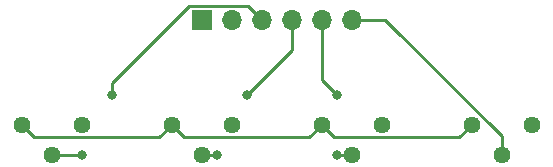
<source format=gbr>
G04 #@! TF.GenerationSoftware,KiCad,Pcbnew,5.1.9-73d0e3b20d~88~ubuntu20.04.1*
G04 #@! TF.CreationDate,2022-04-18T23:00:47-07:00*
G04 #@! TF.ProjectId,Photo_Resistor_Sensing,50686f74-6f5f-4526-9573-6973746f725f,rev?*
G04 #@! TF.SameCoordinates,Original*
G04 #@! TF.FileFunction,Copper,L1,Top*
G04 #@! TF.FilePolarity,Positive*
%FSLAX46Y46*%
G04 Gerber Fmt 4.6, Leading zero omitted, Abs format (unit mm)*
G04 Created by KiCad (PCBNEW 5.1.9-73d0e3b20d~88~ubuntu20.04.1) date 2022-04-18 23:00:47*
%MOMM*%
%LPD*%
G01*
G04 APERTURE LIST*
G04 #@! TA.AperFunction,ComponentPad*
%ADD10R,1.700000X1.700000*%
G04 #@! TD*
G04 #@! TA.AperFunction,ComponentPad*
%ADD11O,1.700000X1.700000*%
G04 #@! TD*
G04 #@! TA.AperFunction,ComponentPad*
%ADD12C,1.440000*%
G04 #@! TD*
G04 #@! TA.AperFunction,ViaPad*
%ADD13C,0.800000*%
G04 #@! TD*
G04 #@! TA.AperFunction,Conductor*
%ADD14C,0.250000*%
G04 #@! TD*
G04 APERTURE END LIST*
D10*
G04 #@! TO.P,J1,1*
G04 #@! TO.N,Net-(J1-Pad1)*
X110490000Y-66040000D03*
D11*
G04 #@! TO.P,J1,2*
G04 #@! TO.N,GND*
X113030000Y-66040000D03*
G04 #@! TO.P,J1,3*
G04 #@! TO.N,/A0*
X115570000Y-66040000D03*
G04 #@! TO.P,J1,4*
G04 #@! TO.N,/A1*
X118110000Y-66040000D03*
G04 #@! TO.P,J1,5*
G04 #@! TO.N,/A2*
X120650000Y-66040000D03*
G04 #@! TO.P,J1,6*
G04 #@! TO.N,/A3*
X123190000Y-66040000D03*
G04 #@! TD*
D12*
G04 #@! TO.P,RV1,3*
G04 #@! TO.N,GND*
X100330000Y-74930000D03*
G04 #@! TO.P,RV1,2*
G04 #@! TO.N,/A0*
X97790000Y-77470000D03*
G04 #@! TO.P,RV1,1*
G04 #@! TO.N,Net-(RV1-Pad1)*
X95250000Y-74930000D03*
G04 #@! TD*
G04 #@! TO.P,RV2,1*
G04 #@! TO.N,Net-(RV1-Pad1)*
X107950000Y-74930000D03*
G04 #@! TO.P,RV2,2*
G04 #@! TO.N,/A1*
X110490000Y-77470000D03*
G04 #@! TO.P,RV2,3*
G04 #@! TO.N,GND*
X113030000Y-74930000D03*
G04 #@! TD*
G04 #@! TO.P,RV3,3*
G04 #@! TO.N,GND*
X125730000Y-74930000D03*
G04 #@! TO.P,RV3,2*
G04 #@! TO.N,/A2*
X123190000Y-77470000D03*
G04 #@! TO.P,RV3,1*
G04 #@! TO.N,Net-(RV1-Pad1)*
X120650000Y-74930000D03*
G04 #@! TD*
G04 #@! TO.P,RV4,1*
G04 #@! TO.N,Net-(RV1-Pad1)*
X133350000Y-74930000D03*
G04 #@! TO.P,RV4,2*
G04 #@! TO.N,/A3*
X135890000Y-77470000D03*
G04 #@! TO.P,RV4,3*
G04 #@! TO.N,GND*
X138430000Y-74930000D03*
G04 #@! TD*
D13*
G04 #@! TO.N,/A0*
X102870000Y-72390000D03*
X100330000Y-77470000D03*
G04 #@! TO.N,/A1*
X114300000Y-72390000D03*
X111760000Y-77470000D03*
G04 #@! TO.N,/A2*
X121920000Y-72390000D03*
X121920000Y-77470000D03*
G04 #@! TD*
D14*
G04 #@! TO.N,/A0*
X102870000Y-71374998D02*
X102870000Y-72390000D01*
X109379999Y-64864999D02*
X102870000Y-71374998D01*
X114394999Y-64864999D02*
X109379999Y-64864999D01*
X115570000Y-66040000D02*
X114394999Y-64864999D01*
X100330000Y-77470000D02*
X97790000Y-77470000D01*
G04 #@! TO.N,/A1*
X118110000Y-68580000D02*
X114300000Y-72390000D01*
X118110000Y-66040000D02*
X118110000Y-68580000D01*
X111760000Y-77470000D02*
X110490000Y-77470000D01*
G04 #@! TO.N,/A2*
X120650000Y-71120000D02*
X121920000Y-72390000D01*
X120650000Y-66040000D02*
X120650000Y-71120000D01*
X121920000Y-77470000D02*
X123190000Y-77470000D01*
G04 #@! TO.N,/A3*
X126006602Y-66040000D02*
X135890000Y-75923398D01*
X135890000Y-75923398D02*
X135890000Y-77470000D01*
X123190000Y-66040000D02*
X126006602Y-66040000D01*
G04 #@! TO.N,Net-(RV1-Pad1)*
X106904999Y-75975001D02*
X107950000Y-74930000D01*
X96295001Y-75975001D02*
X106904999Y-75975001D01*
X95250000Y-74930000D02*
X96295001Y-75975001D01*
X119604999Y-75975001D02*
X120650000Y-74930000D01*
X108995001Y-75975001D02*
X119604999Y-75975001D01*
X107950000Y-74930000D02*
X108995001Y-75975001D01*
X132304999Y-75975001D02*
X133350000Y-74930000D01*
X121695001Y-75975001D02*
X132304999Y-75975001D01*
X120650000Y-74930000D02*
X121695001Y-75975001D01*
G04 #@! TD*
M02*

</source>
